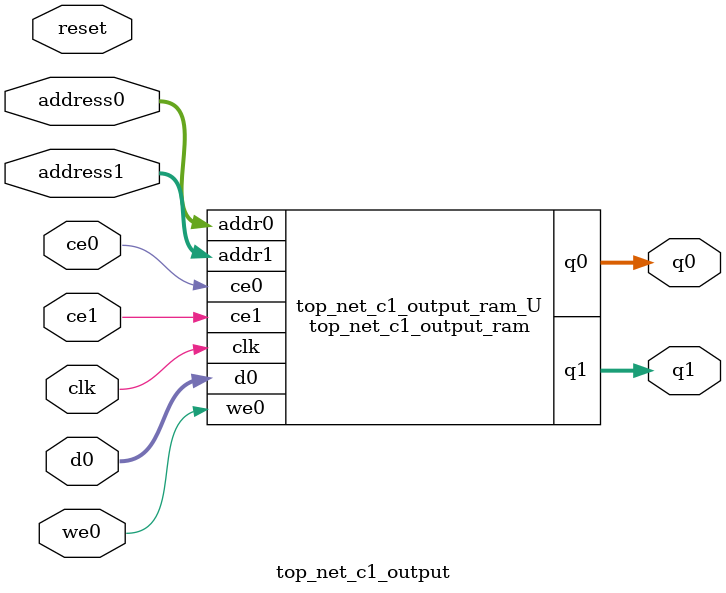
<source format=v>
`timescale 1 ns / 1 ps
module top_net_c1_output_ram (addr0, ce0, d0, we0, q0, addr1, ce1, q1,  clk);

parameter DWIDTH = 32;
parameter AWIDTH = 13;
parameter MEM_SIZE = 4704;

input[AWIDTH-1:0] addr0;
input ce0;
input[DWIDTH-1:0] d0;
input we0;
output reg[DWIDTH-1:0] q0;
input[AWIDTH-1:0] addr1;
input ce1;
output reg[DWIDTH-1:0] q1;
input clk;

(* ram_style = "block" *)reg [DWIDTH-1:0] ram[0:MEM_SIZE-1];




always @(posedge clk)  
begin 
    if (ce0) 
    begin
        if (we0) 
        begin 
            ram[addr0] <= d0; 
        end 
        q0 <= ram[addr0];
    end
end


always @(posedge clk)  
begin 
    if (ce1) 
    begin
        q1 <= ram[addr1];
    end
end


endmodule

`timescale 1 ns / 1 ps
module top_net_c1_output(
    reset,
    clk,
    address0,
    ce0,
    we0,
    d0,
    q0,
    address1,
    ce1,
    q1);

parameter DataWidth = 32'd32;
parameter AddressRange = 32'd4704;
parameter AddressWidth = 32'd13;
input reset;
input clk;
input[AddressWidth - 1:0] address0;
input ce0;
input we0;
input[DataWidth - 1:0] d0;
output[DataWidth - 1:0] q0;
input[AddressWidth - 1:0] address1;
input ce1;
output[DataWidth - 1:0] q1;



top_net_c1_output_ram top_net_c1_output_ram_U(
    .clk( clk ),
    .addr0( address0 ),
    .ce0( ce0 ),
    .we0( we0 ),
    .d0( d0 ),
    .q0( q0 ),
    .addr1( address1 ),
    .ce1( ce1 ),
    .q1( q1 ));

endmodule


</source>
